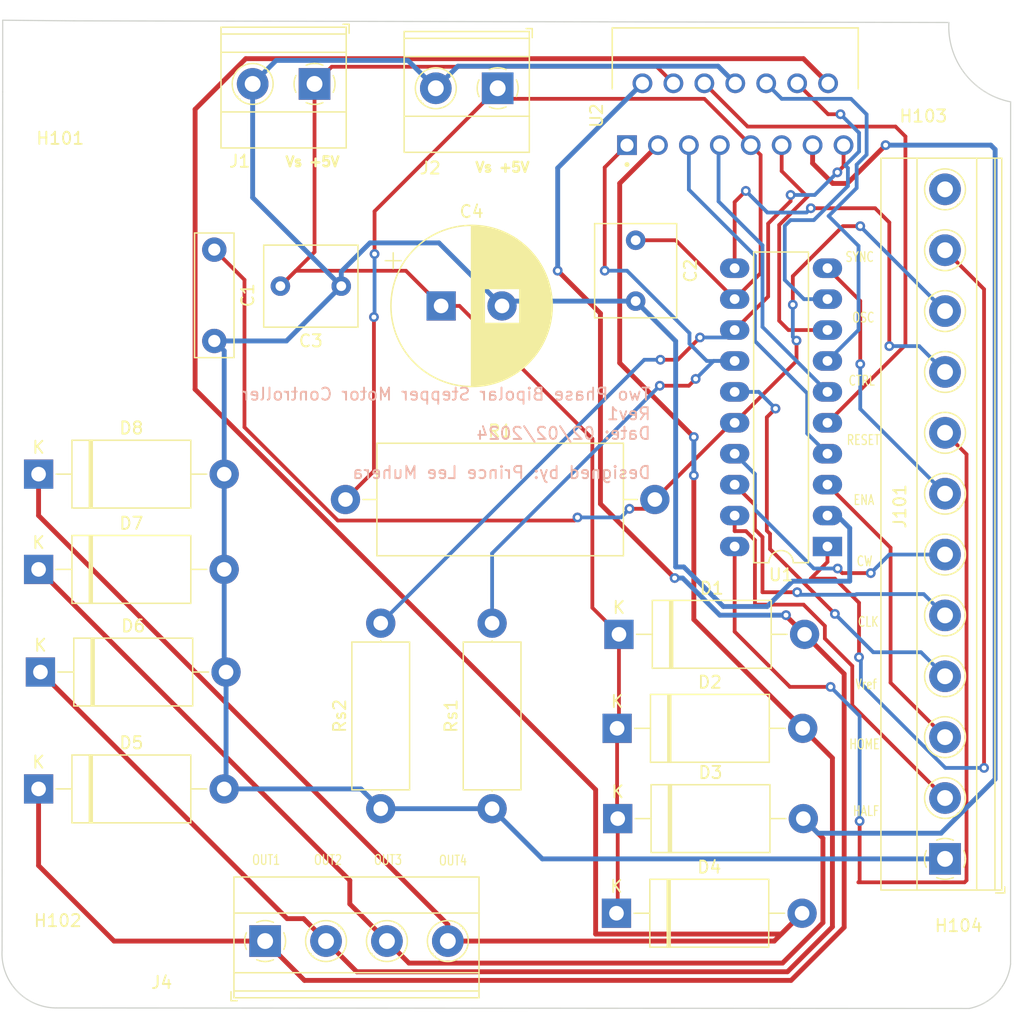
<source format=kicad_pcb>
(kicad_pcb (version 20221018) (generator pcbnew)
  (title_block (title "Two Phase Bipolar Stepper Motor Controller") (date "2024-02-09") (rev "01") (company "Prince Lee Muhera"))
  (layers (0 "F.Cu" signal) (31 "B.Cu" signal) (34 "B.Paste" user) (35 "F.Paste" user) (36 "B.SilkS" user "B.Silkscreen") (37 "F.SilkS" user "F.Silkscreen") (38 "B.Mask" user) (39 "F.Mask" user) (44 "Edge.Cuts" user))
  (net 0 "")
  (net 1 "/OSC")
  (net 2 "GND")
  (net 3 "VSS")
  (net 4 "VS")
  (net 5 "/HALF")
  (net 6 "/HOME")
  (net 7 "/Vref")
  (net 8 "/CLK")
  (net 9 "/CW")
  (net 10 "/ENA")
  (net 11 "/RESET")
  (net 12 "/CTRL")
  (net 13 "/SYNC")
  (net 15 "/Rs1")
  (net 16 "/Rs2")
  (net 17 "Net-(D1-A)")
  (net 18 "Net-(D2-A)")
  (net 19 "Net-(D3-A)")
  (net 20 "Net-(D4-A)")
  (net 21 "Net-(U1-A)")
  (net 22 "Net-(U1-INH1)")
  (net 23 "Net-(U1-B)")
  (net 24 "Net-(U1-C)")
  (net 25 "Net-(U1-INH2)")
  (net 26 "Net-(U1-D)")
  (footprint "Diode_THT:D_DO-27_P15.24mm_Horizontal" (layer "F.Cu") (at 134.3152 99.7204)
    (fp_text reference "D6" (at 7.62 -3.785) (layer "F.SilkS"))
    (fp_text value "~")
    (fp_text user "K" (at 0 -2.2) (layer "F.SilkS"))
    (pad "1" thru_hole rect (at 0 0) (size 2.4 2.4) (drill 1.2) (layers "*.Cu" "*.Mask") (net 18 "Net-(D2-A)"))
    (pad "2" thru_hole oval (at 15.24 0) (size 2.4 2.4) (drill 1.2) (layers "*.Cu" "*.Mask") (net 2 "GND"))
  )
  (footprint "Capacitor_THT:C_Rect_L7.5mm_W6.5mm_P5.00mm" (layer "F.Cu") (at 159.0148 68.0212 180)
    (fp_text reference "C3" (at 2.5 -4.5) (layer "F.SilkS"))
    (fp_text value "100nF")
    (pad "1" thru_hole circle (at 0 0 180) (size 1.6 1.6) (drill 0.8) (layers "*.Cu" "*.Mask") (net 2 "GND"))
    (pad "2" thru_hole circle (at 5 0 180) (size 1.6 1.6) (drill 0.8) (layers "*.Cu" "*.Mask") (net 4 "VS"))
  )
  (footprint "TerminalBlock_Phoenix:TerminalBlock_Phoenix_MKDS-1,5-2-5.08_1x02_P5.08mm_Horizontal" (layer "F.Cu") (at 156.8196 51.4096 180)
    (fp_text reference "J1" (at 6.1468 -6.35) (layer "F.SilkS"))
    (fp_text value "Screw_Terminal_01x02")
    (pad "1" thru_hole rect (at 0 0 180) (size 2.6 2.6) (drill 1.3) (layers "*.Cu" "*.Mask") (net 4 "VS"))
    (pad "2" thru_hole circle (at 5.08 0 180) (size 2.6 2.6) (drill 1.3) (layers "*.Cu" "*.Mask") (net 2 "GND"))
  )
  (footprint "Diode_THT:D_DO-27_P15.24mm_Horizontal" (layer "F.Cu") (at 134.1628 109.3216)
    (fp_text reference "D5" (at 7.62 -3.785) (layer "F.SilkS"))
    (fp_text value "~" hide)
    (fp_text user "K" (at 0 -2.2) (layer "F.SilkS"))
    (pad "1" thru_hole rect (at 0 0) (size 2.4 2.4) (drill 1.2) (layers "*.Cu" "*.Mask") (net 17 "Net-(D1-A)"))
    (pad "2" thru_hole oval (at 15.24 0) (size 2.4 2.4) (drill 1.2) (layers "*.Cu" "*.Mask") (net 2 "GND"))
  )
  (footprint "Resistor_THT:R_Axial_DIN0414_L11.9mm_D4.5mm_P15.24mm_Horizontal" (layer "F.Cu") (at 171.3992 110.9472 90)
    (fp_text reference "Rs1" (at 7.62 -3.37 90) (layer "F.SilkS"))
    (fp_text value "0.5 Ohms")
    (pad "1" thru_hole circle (at 0 0 90) (size 2.4 2.4) (drill 1.2) (layers "*.Cu" "*.Mask") (net 2 "GND"))
    (pad "2" thru_hole oval (at 15.24 0 90) (size 2.4 2.4) (drill 1.2) (layers "*.Cu" "*.Mask") (net 15 "/Rs1"))
  )
  (footprint "Diode_THT:D_DO-27_P15.24mm_Horizontal" (layer "F.Cu") (at 134.1628 91.2876)
    (fp_text reference "D7" (at 7.62 -3.785) (layer "F.SilkS"))
    (fp_text value "~" hide)
    (fp_text user "K" (at 0 -2.2) (layer "F.SilkS"))
    (pad "1" thru_hole rect (at 0 0) (size 2.4 2.4) (drill 1.2) (layers "*.Cu" "*.Mask") (net 19 "Net-(D3-A)"))
    (pad "2" thru_hole oval (at 15.24 0) (size 2.4 2.4) (drill 1.2) (layers "*.Cu" "*.Mask") (net 2 "GND"))
  )
  (footprint "TerminalBlock_Phoenix:TerminalBlock_Phoenix_MKDS-1,5-12_1x12_P5.00mm_Horizontal" (layer "F.Cu") (at 208.5848 115.0684 90)
    (fp_text reference "J101" (at 28.9624 -3.7084 90) (layer "F.SilkS"))
    (fp_text value "Screw_Terminal_01x12")
    (pad "1" thru_hole rect (at 0 0 90) (size 2.6 2.6) (drill 1.3) (layers "*.Cu" "*.Mask") (net 2 "GND"))
    (pad "2" thru_hole circle (at 5 0 90) (size 2.6 2.6) (drill 1.3) (layers "*.Cu" "*.Mask") (net 5 "/HALF"))
    (pad "3" thru_hole circle (at 10 0 90) (size 2.6 2.6) (drill 1.3) (layers "*.Cu" "*.Mask") (net 6 "/HOME"))
    (pad "4" thru_hole circle (at 15 0 90) (size 2.6 2.6) (drill 1.3) (layers "*.Cu" "*.Mask") (net 7 "/Vref"))
    (pad "5" thru_hole circle (at 20 0 90) (size 2.6 2.6) (drill 1.3) (layers "*.Cu" "*.Mask") (net 8 "/CLK"))
    (pad "6" thru_hole circle (at 25 0 90) (size 2.6 2.6) (drill 1.3) (layers "*.Cu" "*.Mask") (net 9 "/CW"))
    (pad "7" thru_hole circle (at 30 0 90) (size 2.6 2.6) (drill 1.3) (layers "*.Cu" "*.Mask") (net 10 "/ENA"))
    (pad "8" thru_hole circle (at 35 0 90) (size 2.6 2.6) (drill 1.3) (layers "*.Cu" "*.Mask") (net 11 "/RESET"))
    (pad "9" thru_hole circle (at 40 0 90) (size 2.6 2.6) (drill 1.3) (layers "*.Cu" "*.Mask") (net 12 "/CTRL"))
    (pad "10" thru_hole circle (at 45 0 90) (size 2.6 2.6) (drill 1.3) (layers "*.Cu" "*.Mask") (net 1 "/OSC"))
    (pad "11" thru_hole circle (at 50 0 90) (size 2.6 2.6) (drill 1.3) (layers "*.Cu" "*.Mask") (net 13 "/SYNC"))
    (pad "12" thru_hole circle (at 55 0 90) (size 2.6 2.6) (drill 1.3) (layers "*.Cu" "*.Mask"))
  )
  (footprint "Diode_THT:D_DO-27_P15.24mm_Horizontal" (layer "F.Cu") (at 181.7116 111.76)
    (fp_text reference "D3" (at 7.62 -3.785) (layer "F.SilkS"))
    (fp_text value "~")
    (fp_text user "K" (at 0 -2.2) (layer "F.SilkS"))
    (pad "1" thru_hole rect (at 0 0) (size 2.4 2.4) (drill 1.2) (layers "*.Cu" "*.Mask") (net 4 "VS"))
    (pad "2" thru_hole oval (at 15.24 0) (size 2.4 2.4) (drill 1.2) (layers "*.Cu" "*.Mask") (net 19 "Net-(D3-A)"))
  )
  (footprint "MountingHole:MountingHole_2.5mm" (layer "F.Cu") (at 209.7024 124.0536)
    (fp_text reference "H104" (at 0 -3.5) (layer "F.SilkS"))
    (fp_text value "MountingHole")
    (pad "" np_thru_hole circle (at 0 0) (size 2.5 2.5) (drill 2.5) (layers "*.Cu" "*.Mask"))
  )
  (footprint "Resistor_THT:R_Axial_DIN0922_L20.0mm_D9.0mm_P25.40mm_Horizontal" (layer "F.Cu") (at 159.3596 85.5472)
    (fp_text reference "R1" (at 12.7 -5.62) (layer "F.SilkS"))
    (fp_text value "22K")
    (pad "1" thru_hole circle (at 0 0) (size 2.4 2.4) (drill 1.2) (layers "*.Cu" "*.Mask") (net 3 "VSS"))
    (pad "2" thru_hole oval (at 25.4 0) (size 2.4 2.4) (drill 1.2) (layers "*.Cu" "*.Mask") (net 1 "/OSC"))
  )
  (footprint "Diode_THT:D_DO-27_P15.24mm_Horizontal" (layer "F.Cu") (at 134.1628 83.4644)
    (fp_text reference "D8" (at 7.62 -3.785) (layer "F.SilkS"))
    (fp_text value "~" hide)
    (fp_text user "K" (at 0 -2.2) (layer "F.SilkS"))
    (pad "1" thru_hole rect (at 0 0) (size 2.4 2.4) (drill 1.2) (layers "*.Cu" "*.Mask") (net 20 "Net-(D4-A)"))
    (pad "2" thru_hole oval (at 15.24 0) (size 2.4 2.4) (drill 1.2) (layers "*.Cu" "*.Mask") (net 2 "GND"))
  )
  (footprint "MountingHole:MountingHole_2.5mm" (layer "F.Cu") (at 136.144 124.0536)
    (fp_text reference "H102" (at -0.4064 -3.9116) (layer "F.SilkS"))
    (fp_text value "MountingHole")
    (pad "" np_thru_hole circle (at 0 0) (size 2.5 2.5) (drill 2.5) (layers "*.Cu" "*.Mask"))
  )
  (footprint "Diode_THT:D_DO-27_P15.24mm_Horizontal" (layer "F.Cu") (at 181.6608 104.3432)
    (fp_text reference "D2" (at 7.62 -3.785) (layer "F.SilkS"))
    (fp_text value "~")
    (fp_text user "K" (at 0 -2.2) (layer "F.SilkS"))
    (pad "1" thru_hole rect (at 0 0) (size 2.4 2.4) (drill 1.2) (layers "*.Cu" "*.Mask") (net 4 "VS"))
    (pad "2" thru_hole oval (at 15.24 0) (size 2.4 2.4) (drill 1.2) (layers "*.Cu" "*.Mask") (net 18 "Net-(D2-A)"))
  )
  (footprint "TerminalBlock_Phoenix:TerminalBlock_Phoenix_MKDS-1,5-4_1x04_P5.00mm_Horizontal" (layer "F.Cu") (at 152.7632 121.8184)
    (fp_text reference "J4" (at -8.4912 3.4036) (layer "F.SilkS"))
    (fp_text value "Screw_Terminal_01x04")
    (pad "1" thru_hole rect (at 0 0) (size 2.6 2.6) (drill 1.3) (layers "*.Cu" "*.Mask") (net 17 "Net-(D1-A)"))
    (pad "2" thru_hole circle (at 5 0) (size 2.6 2.6) (drill 1.3) (layers "*.Cu" "*.Mask") (net 18 "Net-(D2-A)"))
    (pad "3" thru_hole circle (at 10 0) (size 2.6 2.6) (drill 1.3) (layers "*.Cu" "*.Mask") (net 19 "Net-(D3-A)"))
    (pad "4" thru_hole circle (at 15 0) (size 2.6 2.6) (drill 1.3) (layers "*.Cu" "*.Mask") (net 20 "Net-(D4-A)"))
  )
  (footprint "Diode_THT:D_DO-27_P15.24mm_Horizontal" (layer "F.Cu") (at 181.61 119.5324)
    (fp_text reference "D4" (at 7.62 -3.785) (layer "F.SilkS"))
    (fp_text value "~")
    (fp_text user "K" (at 0 -2.2) (layer "F.SilkS"))
    (pad "1" thru_hole rect (at 0 0) (size 2.4 2.4) (drill 1.2) (layers "*.Cu" "*.Mask") (net 4 "VS"))
    (pad "2" thru_hole oval (at 15.24 0) (size 2.4 2.4) (drill 1.2) (layers "*.Cu" "*.Mask") (net 20 "Net-(D4-A)"))
  )
  (footprint "MountingHole:MountingHole_2.5mm" (layer "F.Cu") (at 136.2964 50.1396)
    (fp_text reference "H101" (at -0.3556 5.7404) (layer "F.SilkS"))
    (fp_text value "MountingHole")
    (pad "" np_thru_hole circle (at 0 0) (size 2.5 2.5) (drill 2.5) (layers "*.Cu" "*.Mask"))
  )
  (footprint "Resistor_THT:R_Axial_DIN0414_L11.9mm_D4.5mm_P15.24mm_Horizontal" (layer "F.Cu") (at 162.2552 110.9472 90)
    (fp_text reference "Rs2" (at 7.62 -3.37 90) (layer "F.SilkS"))
    (fp_text value "0.5 Ohms")
    (pad "1" thru_hole circle (at 0 0 90) (size 2.4 2.4) (drill 1.2) (layers "*.Cu" "*.Mask") (net 2 "GND"))
    (pad "2" thru_hole oval (at 15.24 0 90) (size 2.4 2.4) (drill 1.2) (layers "*.Cu" "*.Mask") (net 16 "/Rs2"))
  )
  (footprint "Diode_THT:D_DO-27_P15.24mm_Horizontal" (layer "F.Cu") (at 181.8132 96.6216)
    (fp_text reference "D1" (at 7.62 -3.785) (layer "F.SilkS"))
    (fp_text value "~")
    (fp_text user "K" (at 0 -2.2) (layer "F.SilkS"))
    (pad "1" thru_hole rect (at 0 0) (size 2.4 2.4) (drill 1.2) (layers "*.Cu" "*.Mask") (net 4 "VS"))
    (pad "2" thru_hole oval (at 15.24 0) (size 2.4 2.4) (drill 1.2) (layers "*.Cu" "*.Mask") (net 17 "Net-(D1-A)"))
  )
  (footprint "TerminalBlock_Phoenix:TerminalBlock_Phoenix_MKDS-1,5-2-5.08_1x02_P5.08mm_Horizontal" (layer "F.Cu") (at 171.8564 51.7652 180)
    (fp_text reference "J2" (at 5.5372 -6.5532) (layer "F.SilkS"))
    (fp_text value "Screw_Terminal_01x02")
    (pad "1" thru_hole rect (at 0 0 180) (size 2.6 2.6) (drill 1.3) (layers "*.Cu" "*.Mask") (net 3 "VSS"))
    (pad "2" thru_hole circle (at 5.08 0 180) (size 2.6 2.6) (drill 1.3) (layers "*.Cu" "*.Mask") (net 2 "GND"))
  )
  (footprint "MountingHole:MountingHole_2.5mm" (layer "F.Cu") (at 206.2988 49.1236)
    (fp_text reference "H103" (at 0.508 4.9276) (layer "F.SilkS"))
    (fp_text value "MountingHole")
    (pad "" np_thru_hole circle (at 0 0) (size 2.5 2.5) (drill 2.5) (layers "*.Cu" "*.Mask"))
  )
  (footprint "Package_DIP:DIP-20_W7.62mm_LongPads" (layer "F.Cu") (at 198.9328 89.408 180)
    (fp_text reference "U1" (at 3.81 -2.33) (layer "F.SilkS"))
    (fp_text value "L297")
    (pad "1" thru_hole rect (at 0 0 180) (size 2.4 1.6) (drill 0.8) (layers "*.Cu" "*.Mask") (net 13 "/SYNC"))
    (pad "2" thru_hole oval (at 0 2.54 180) (size 2.4 1.6) (drill 0.8) (layers "*.Cu" "*.Mask") (net 2 "GND"))
    (pad "3" thru_hole oval (at 0 5.08 180) (size 2.4 1.6) (drill 0.8) (layers "*.Cu" "*.Mask") (net 6 "/HOME"))
    (pad "4" thru_hole oval (at 0 7.62 180) (size 2.4 1.6) (drill 0.8) (layers "*.Cu" "*.Mask") (net 21 "Net-(U1-A)"))
    (pad "5" thru_hole oval (at 0 10.16 180) (size 2.4 1.6) (drill 0.8) (layers "*.Cu" "*.Mask") (net 22 "Net-(U1-INH1)"))
    (pad "6" thru_hole oval (at 0 12.7 180) (size 2.4 1.6) (drill 0.8) (layers "*.Cu" "*.Mask") (net 23 "Net-(U1-B)"))
    (pad "7" thru_hole oval (at 0 15.24 180) (size 2.4 1.6) (drill 0.8) (layers "*.Cu" "*.Mask") (net 24 "Net-(U1-C)"))
    (pad "8" thru_hole oval (at 0 17.78 180) (size 2.4 1.6) (drill 0.8) (layers "*.Cu" "*.Mask") (net 25 "Net-(U1-INH2)"))
    (pad "9" thru_hole oval (at 0 20.32 180) (size 2.4 1.6) (drill 0.8) (layers "*.Cu" "*.Mask") (net 26 "Net-(U1-D)"))
    (pad "10" thru_hole oval (at 0 22.86 180) (size 2.4 1.6) (drill 0.8) (layers "*.Cu" "*.Mask") (net 10 "/ENA"))
    (pad "11" thru_hole oval (at 7.62 22.86 180) (size 2.4 1.6) (drill 0.8) (layers "*.Cu" "*.Mask") (net 12 "/CTRL"))
    (pad "12" thru_hole oval (at 7.62 20.32 180) (size 2.4 1.6) (drill 0.8) (layers "*.Cu" "*.Mask") (net 3 "VSS"))
    (pad "13" thru_hole oval (at 7.62 17.78 180) (size 2.4 1.6) (drill 0.8) (layers "*.Cu" "*.Mask") (net 16 "/Rs2"))
    (pad "14" thru_hole oval (at 7.62 15.24 180) (size 2.4 1.6) (drill 0.8) (layers "*.Cu" "*.Mask") (net 15 "/Rs1"))
    (pad "15" thru_hole oval (at 7.62 12.7 180) (size 2.4 1.6) (drill 0.8) (layers "*.Cu" "*.Mask") (net 7 "/Vref"))
    (pad "16" thru_hole oval (at 7.62 10.16 180) (size 2.4 1.6) (drill 0.8) (layers "*.Cu" "*.Mask") (net 1 "/OSC"))
    (pad "17" thru_hole oval (at 7.62 7.62 180) (size 2.4 1.6) (drill 0.8) (layers "*.Cu" "*.Mask") (net 9 "/CW"))
    (pad "18" thru_hole oval (at 7.62 5.08 180) (size 2.4 1.6) (drill 0.8) (layers "*.Cu" "*.Mask") (net 8 "/CLK"))
    (pad "19" thru_hole oval (at 7.62 2.54 180) (size 2.4 1.6) (drill 0.8) (layers "*.Cu" "*.Mask") (net 5 "/HALF"))
    (pad "20" thru_hole oval (at 7.62 0 180) (size 2.4 1.6) (drill 0.8) (layers "*.Cu" "*.Mask") (net 11 "/RESET"))
  )
  (footprint "Capacitor_THT:CP_Radial_D13.0mm_P5.00mm" (layer "F.Cu") (at 167.212 69.6468)
    (fp_text reference "C4" (at 2.5 -7.75) (layer "F.SilkS"))
    (fp_text value "470uF")
    (pad "1" thru_hole rect (at 0 0) (size 2.4 2.4) (drill 1.2) (layers "*.Cu" "*.Mask") (net 4 "VS"))
    (pad "2" thru_hole circle (at 5 0) (size 2.4 2.4) (drill 1.2) (layers "*.Cu" "*.Mask") (net 2 "GND"))
  )
  (footprint "Capacitor_THT:C_Rect_L10.0mm_W3.0mm_P7.50mm_MKS4" (layer "F.Cu") (at 148.59 65.024 -90)
    (fp_text reference "C1" (at 3.75 -2.75 90) (layer "F.SilkS"))
    (fp_text value "3.3nF")
    (pad "1" thru_hole circle (at 0 0 270) (size 2 2) (drill 1) (layers "*.Cu" "*.Mask") (net 1 "/OSC"))
    (pad "2" thru_hole circle (at 7.5 0 270) (size 2 2) (drill 1) (layers "*.Cu" "*.Mask") (net 2 "GND"))
  )
  (footprint "Capacitor_THT:C_Rect_L7.5mm_W6.5mm_P5.00mm" (layer "F.Cu") (at 183.1848 64.2512 -90)
    (fp_text reference "C2" (at 2.5 -4.5 90) (layer "F.SilkS"))
    (fp_text value "100nF")
    (pad "1" thru_hole circle (at 0 0 270) (size 1.6 1.6) (drill 0.8) (layers "*.Cu" "*.Mask") (net 3 "VSS"))
    (pad "2" thru_hole circle (at 5 0 270) (size 1.6 1.6) (drill 0.8) (layers "*.Cu" "*.Mask") (net 2 "GND"))
  )
  (footprint "L298N:TO127P2020X500X2100-15" (layer "F.Cu") (at 182.4736 56.4388 90)
    (fp_text reference "U2" (at 2.425 -2.495 90) (layer "F.SilkS"))
    (fp_text value "L298N")
    (pad "1" thru_hole rect (at 0 0 90) (size 1.62 1.62) (drill 1.08) (layers "*.Cu" "*.Mask") (net 15 "/Rs1"))
    (pad "2" thru_hole circle (at 5.08 1.27 90) (size 1.62 1.62) (drill 1.08) (layers "*.Cu" "*.Mask") (net 17 "Net-(D1-A)"))
    (pad "3" thru_hole circle (at 0 2.54 90) (size 1.62 1.62) (drill 1.08) (layers "*.Cu" "*.Mask") (net 18 "Net-(D2-A)"))
    (pad "4" thru_hole circle (at 5.08 3.81 90) (size 1.62 1.62) (drill 1.08) (layers "*.Cu" "*.Mask") (net 4 "VS"))
    (pad "5" thru_hole circle (at 0 5.08 90) (size 1.62 1.62) (drill 1.08) (layers "*.Cu" "*.Mask") (net 21 "Net-(U1-A)"))
    (pad "6" thru_hole circle (at 5.08 6.35 90) (size 1.62 1.62) (drill 1.08) (layers "*.Cu" "*.Mask") (net 22 "Net-(U1-INH1)"))
    (pad "7" thru_hole circle (at 0 7.62 90) (size 1.62 1.62) (drill 1.08) (layers "*.Cu" "*.Mask") (net 23 "Net-(U1-B)"))
    (pad "8" thru_hole circle (at 5.08 8.89 90) (size 1.62 1.62) (drill 1.08) (layers "*.Cu" "*.Mask") (net 2 "GND"))
    (pad "9" thru_hole circle (at 0 10.16 90) (size 1.62 1.62) (drill 1.08) (layers "*.Cu" "*.Mask") (net 3 "VSS"))
    (pad "10" thru_hole circle (at 5.08 11.43 90) (size 1.62 1.62) (drill 1.08) (layers "*.Cu" "*.Mask") (net 24 "Net-(U1-C)"))
    (pad "11" thru_hole circle (at 0 12.7 90) (size 1.62 1.62) (drill 1.08) (layers "*.Cu" "*.Mask") (net 25 "Net-(U1-INH2)"))
    (pad "12" thru_hole circle (at 5.08 13.97 90) (size 1.62 1.62) (drill 1.08) (layers "*.Cu" "*.Mask") (net 26 "Net-(U1-D)"))
    (pad "13" thru_hole circle (at 0 15.24 90) (size 1.62 1.62) (drill 1.08) (layers "*.Cu" "*.Mask") (net 19 "Net-(D3-A)"))
    (pad "14" thru_hole circle (at 5.08 16.51 90) (size 1.62 1.62) (drill 1.08) (layers "*.Cu" "*.Mask") (net 20 "Net-(D4-A)"))
    (pad "15" thru_hole circle (at 0 17.78 90) (size 1.62 1.62) (drill 1.08) (layers "*.Cu" "*.Mask") (net 16 "/Rs2"))
  )
  (gr_line (start 213.9696 52.8828) (end 213.966007 123.704898) (stroke (width 0.1)) (layer "Edge.Cuts"))
  (gr_line (start 137.058403 46.228442) (end 208.902279 46.363291) (stroke (width 0.1)) (layer "Edge.Cuts"))
  (gr_line (start 210.566 127.355599) (end 135.636 127.31201) (stroke (width 0.1)) (layer "Edge.Cuts"))
  (gr_arc (start 213.9696 52.8828) (mid 210.218602 50.569227) (end 208.902279 46.363291) (stroke (width 0.1)) (layer "Edge.Cuts"))
  (gr_line (start 131.2164 46.1772) (end 137.058403 46.228442) (stroke (width 0.1)) (layer "Edge.Cuts"))
  (gr_arc (start 213.966007 123.704898) (mid 212.859015 126.082538) (end 210.566 127.355599) (stroke (width 0.1)) (layer "Edge.Cuts"))
  (gr_line (start 131.1656 122.5804) (end 131.2164 52.069999) (stroke (width 0.1)) (layer "Edge.Cuts"))
  (gr_arc (start 135.636 127.31201) (mid 132.381288 125.909435) (end 131.1656 122.5804) (stroke (width 0.1)) (layer "Edge.Cuts"))
  (gr_line (start 131.2164 52.069999) (end 131.2164 46.1772) (stroke (width 0.1)) (layer "Edge.Cuts"))
  (gr_text "Two Phase Bipolar Stepper Motor Controller \nRev1 \nDate: 02/02/2024\n\nDesigned by: Prince Lee Muhera" (at 184.5056 83.9216) (layer "B.SilkS") (effects (font (size 1 1)) (justify left bottom mirror)))
  (gr_text "CW" (at 201.2696 91.0844) (layer "F.SilkS") (effects (font (size 0.8 0.6) (thickness 0.1) bold) (justify left bottom)))
  (gr_text "CLK" (at 201.3712 96.0628) (layer "F.SilkS") (effects (font (size 0.8 0.6) (thickness 0.1) bold) (justify left bottom)))
  (gr_text "OUT1\n" (at 151.638 115.6208) (layer "F.SilkS") (effects (font (size 0.8 0.6) (thickness 0.1) bold) (justify left bottom)))
  (gr_text "ENA" (at 201.0156 86.0552) (layer "F.SilkS") (effects (font (size 0.8 0.6) (thickness 0.1) bold) (justify left bottom)))
  (gr_text "OSC" (at 200.914 71.0692) (layer "F.SilkS") (effects (font (size 0.8 0.6) (thickness 0.1) bold) (justify left bottom)))
  (gr_text "RESET" (at 200.4568 81.1276) (layer "F.SilkS") (effects (font (size 0.8 0.6) (thickness 0.1) bold) (justify left bottom)))
  (gr_text "CTRL" (at 200.6092 76.2508) (layer "F.SilkS") (effects (font (size 0.8 0.6) (thickness 0.1) bold) (justify left bottom)))
  (gr_text "HOME" (at 200.66 106.1212) (layer "F.SilkS") (effects (font (size 0.8 0.6) (thickness 0.1) bold) (justify left bottom)))
  (gr_text "Vs +5V\n" (at 154.3304 58.2676) (layer "F.SilkS") (effects (font (size 0.8 0.8) (thickness 0.2) bold) (justify left bottom)))
  (gr_text "Vs +5V\n" (at 169.926 58.7248) (layer "F.SilkS") (effects (font (size 0.8 0.8) (thickness 0.2) bold) (justify left bottom)))
  (gr_text "Vref" (at 201.168 101.1936) (layer "F.SilkS") (effects (font (size 0.8 0.6) (thickness 0.1) bold) (justify left bottom)))
  (gr_text "OUT2\n" (at 156.718 115.6208) (layer "F.SilkS") (effects (font (size 0.8 0.6) (thickness 0.1) bold) (justify left bottom)))
  (gr_text "SYNC" (at 200.3552 66.0908) (layer "F.SilkS") (effects (font (size 0.8 0.6) (thickness 0.1) bold) (justify left bottom)))
  (gr_text "OUT4" (at 166.9796 115.6716) (layer "F.SilkS") (effects (font (size 0.8 0.6) (thickness 0.1) bold) (justify left bottom)))
  (gr_text "OUT3" (at 161.6456 115.6208) (layer "F.SilkS") (effects (font (size 0.8 0.6) (thickness 0.1) bold) (justify left bottom)))
  (gr_text "HALF" (at 200.9648 111.6076) (layer "F.SilkS") (effects (font (size 0.8 0.6) (thickness 0.1) bold) (justify left bottom)))
  (segment (start 201.6252 63.0936) (end 200.19822 63.0936) (width 0.31) (layer "F.Cu") (net 1))
  (segment (start 178.4096 87.0204) (end 178.1556 87.2744) (width 0.31) (layer "F.Cu") (net 1))
  (segment (start 196.3928 72.493) (end 196.3928 74.168) (width 0.31) (layer "F.Cu") (net 1))
  (segment (start 196.088 67.20382) (end 196.088 69.5452) (width 0.31) (layer "F.Cu") (net 1))
  (segment (start 178.1556 87.2744) (end 158.732134 87.2744) (width 0.31) (layer "F.Cu") (net 1))
  (segment (start 151.0678 67.5018) (end 148.59 65.024) (width 0.31) (layer "F.Cu") (net 1))
  (segment (start 196.3928 74.168) (end 191.3128 79.248) (width 0.31) (layer "F.Cu") (net 1))
  (segment (start 158.732134 87.2744) (end 151.0678 79.610066) (width 0.31) (layer "F.Cu") (net 1))
  (segment (start 183.9976 86.3092) (end 184.7596 85.5472) (width 0.31) (layer "F.Cu") (net 1))
  (segment (start 182.6782 86.3092) (end 183.9976 86.3092) (width 0.31) (layer "F.Cu") (net 1))
  (segment (start 151.0678 79.610066) (end 151.0678 67.5018) (width 0.31) (layer "F.Cu") (net 1))
  (segment (start 184.7596 85.5472) (end 191.0588 79.248) (width 0.31) (layer "F.Cu") (net 1))
  (segment (start 191.0588 79.248) (end 191.3128 79.248) (width 0.31) (layer "F.Cu") (net 1))
  (segment (start 200.19822 63.0936) (end 196.088 67.20382) (width 0.31) (layer "F.Cu") (net 1))
  (via (at 182.6782 86.3092) (size 0.8) (drill 0.4) (layers "F.Cu" "B.Cu") (net 1))
  (via (at 201.6252 63.0936) (size 0.8) (drill 0.4) (layers "F.Cu" "B.Cu") (net 1))
  (via (at 178.4096 87.0204) (size 0.8) (drill 0.4) (layers "F.Cu" "B.Cu") (net 1))
  (via (at 196.3928 72.493) (size 0.8) (drill 0.4) (layers "F.Cu" "B.Cu") (net 1))
  (via (at 196.088 69.5452) (size 0.8) (drill 0.4) (layers "F.Cu" "B.Cu") (net 1))
  (segment (start 201.6252 63.1088) (end 201.6252 63.0936) (width 0.31) (layer "B.Cu") (net 1))
  (segment (start 196.088 69.5452) (end 196.088 72.1882) (width 0.31) (layer "B.Cu") (net 1))
  (segment (start 208.5848 70.0684) (end 201.6252 63.1088) (width 0.31) (layer "B.Cu") (net 1))
  (segment (start 181.967 87.0204) (end 182.6782 86.3092) (width 0.31) (layer "B.Cu") (net 1))
  (segment (start 178.4096 87.0204) (end 181.967 87.0204) (width 0.31) (layer "B.Cu") (net 1))
  (segment (start 196.088 72.1882) (end 196.3928 72.493) (width 0.31) (layer "B.Cu") (net 1))
  (segment (start 153.67 49.4792) (end 151.7396 51.4096) (width 0.4) (layer "B.Cu") (net 2))
  (segment (start 162.2552 110.9472) (end 171.3992 110.9472) (width 0.4) (layer "B.Cu") (net 2))
  (segment (start 171.3992 110.9472) (end 175.5204 115.0684) (width 0.4) (layer "B.Cu") (net 2))
  (segment (start 196.068713 92.255152) (end 200.7616 92.255152) (width 0.4) (layer "B.Cu") (net 2))
  (segment (start 200.7616 87.8968) (end 199.7328 86.868) (width 0.4) (layer "B.Cu") (net 2))
  (segment (start 186.4696 91.0888) (end 187.139692 91.0888) (width 0.4) (layer "B.Cu") (net 2))
  (segment (start 151.7396 60.746) (end 159.0148 68.0212) (width 0.4) (layer "B.Cu") (net 2))
  (segment (start 149.4028 109.3216) (end 160.6296 109.3216) (width 0.4) (layer "B.Cu") (net 2))
  (segment (start 168.5864 49.9552) (end 189.96 49.9552) (width 0.4) (layer "B.Cu") (net 2))
  (segment (start 149.5552 99.7204) (end 149.5552 109.1692) (width 0.4) (layer "B.Cu") (net 2))
  (segment (start 154.512 72.524) (end 148.59 72.524) (width 0.4) (layer "B.Cu") (net 2))
  (segment (start 166.7764 51.7652) (end 168.5864 49.9552) (width 0.4) (layer "B.Cu") (net 2))
  (segment (start 187.139692 91.0888) (end 190.387692 94.3368) (width 0.4) (layer "B.Cu") (net 2))
  (segment (start 151.7396 51.4096) (end 151.7396 60.746) (width 0.4) (layer "B.Cu") (net 2))
  (segment (start 190.387692 94.3368) (end 193.987065 94.3368) (width 0.4) (layer "B.Cu") (net 2))
  (segment (start 175.5204 115.0684) (end 208.5848 115.0684) (width 0.4) (layer "B.Cu") (net 2))
  (segment (start 159.0148 66.825065) (end 161.370265 64.4696) (width 0.4) (layer "B.Cu") (net 2))
  (segment (start 208.8388 115.1636) (end 209.1436 115.1636) (width 0.4) (layer "B.Cu") (net 2))
  (segment (start 149.4028 83.4644) (end 149.4028 73.3368) (width 0.4) (layer "B.Cu") (net 2))
  (segment (start 189.96 49.9552) (end 191.3636 51.3588) (width 0.4) (layer "B.Cu") (net 2))
  (segment (start 149.4028 83.4644) (end 149.4028 91.2876) (width 0.4) (layer "B.Cu") (net 2))
  (segment (start 183.1848 69.2512) (end 172.6076 69.2512) (width 0.4) (layer "B.Cu") (net 2))
  (segment (start 182.7892 69.6468) (end 183.1848 69.2512) (width 0.4) (layer "B.Cu") (net 2))
  (segment (start 149.5552 109.1692) (end 149.4028 109.3216) (width 0.4) (layer "B.Cu") (net 2))
  (segment (start 149.4028 99.568) (end 149.5552 99.7204) (width 0.4) (layer "B.Cu") (net 2))
  (segment (start 159.0148 68.0212) (end 154.512 72.524) (width 0.4) (layer "B.Cu") (net 2))
  (segment (start 160.6296 109.3216) (end 162.2552 110.9472) (width 0.4) (layer "B.Cu") (net 2))
  (segment (start 149.4028 91.2876) (end 149.4028 99.568) (width 0.4) (layer "B.Cu") (net 2))
  (segment (start 200.7616 92.255152) (end 200.7616 87.8968) (width 0.4) (layer "B.Cu") (net 2))
  (segment (start 172.6076 69.2512) (end 172.212 69.6468) (width 0.4) (layer "B.Cu") (net 2))
  (segment (start 166.7764 51.7652) (end 164.4904 49.4792) (width 0.4) (layer "B.Cu") (net 2))
  (segment (start 186.4696 72.536) (end 186.4696 91.0888) (width 0.4) (layer "B.Cu") (net 2))
  (segment (start 161.370265 64.4696) (end 167.0348 64.4696) (width 0.4) (layer "B.Cu") (net 2))
  (segment (start 183.1848 69.2512) (end 186.4696 72.536) (width 0.4) (layer "B.Cu") (net 2))
  (segment (start 164.4904 49.4792) (end 153.67 49.4792) (width 0.4) (layer "B.Cu") (net 2))
  (segment (start 167.0348 64.4696) (end 172.212 69.6468) (width 0.4) (layer "B.Cu") (net 2))
  (segment (start 159.0148 68.0212) (end 159.0148 66.825065) (width 0.4) (layer "B.Cu") (net 2))
  (segment (start 193.987065 94.3368) (end 196.068713 92.255152) (width 0.4) (layer "B.Cu") (net 2))
  (segment (start 199.7328 86.868) (end 198.9328 86.868) (width 0.4) (layer "B.Cu") (net 2))
  (segment (start 149.4028 73.3368) (end 148.59 72.524) (width 0.4) (layer "B.Cu") (net 2))
  (segment (start 188.8286 52.6338) (end 192.6336 56.4388) (width 0.31) (layer "F.Cu") (net 3))
  (segment (start 193.443599 57.248799) (end 193.443599 66.957201) (width 0.31) (layer "F.Cu") (net 3))
  (segment (start 171.8564 51.7652) (end 161.7472 61.8744) (width 0.31) (layer "F.Cu") (net 3))
  (segment (start 186.476 64.2512) (end 191.3128 69.088) (width 0.31) (layer "F.Cu") (net 3))
  (segment (start 161.6964 83.2104) (end 159.3596 85.5472) (width 0.31) (layer "F.Cu") (net 3))
  (segment (start 161.7472 61.8744) (end 161.7472 65.3796) (width 0.31) (layer "F.Cu") (net 3))
  (segment (start 193.443599 66.957201) (end 191.3128 69.088) (width 0.31) (layer "F.Cu") (net 3))
  (segment (start 192.6336 56.4388) (end 193.443599 57.248799) (width 0.31) (layer "F.Cu") (net 3))
  (segment (start 183.1848 64.2512) (end 186.476 64.2512) (width 0.31) (layer "F.Cu") (net 3))
  (segment (start 161.6964 70.5612) (end 161.6964 83.2104) (width 0.31) (layer "F.Cu") (net 3))
  (segment (start 172.725 52.6338) (end 188.8286 52.6338) (width 0.31) (layer "F.Cu") (net 3))
  (via (at 161.7472 65.3796) (size 0.8) (drill 0.4) (layers "F.Cu" "B.Cu") (net 3))
  (via (at 161.6964 70.5612) (size 0.8) (drill 0.4) (layers "F.Cu" "B.Cu") (net 3))
  (segment (start 161.7472 65.3796) (end 161.7472 70.5104) (width 0.31) (layer "B.Cu") (net 3))
  (segment (start 161.7472 70.5104) (end 161.6964 70.5612) (width 0.31) (layer "B.Cu") (net 3))
  (segment (start 181.7116 119.4308) (end 181.61 119.5324) (width 0.31) (layer "F.Cu") (net 4))
  (segment (start 168.722 69.6468) (end 179.6288 80.5536) (width 0.31) (layer "F.Cu") (net 4))
  (segment (start 158.229 50.0002) (end 184.925 50.0002) (width 0.31) (layer "F.Cu") (net 4))
  (segment (start 156.8196 65.2164) (end 154.0148 68.0212) (width 0.31) (layer "F.Cu") (net 4))
  (segment (start 156.8196 51.4096) (end 158.229 50.0002) (width 0.31) (layer "F.Cu") (net 4))
  (segment (start 181.8132 104.1908) (end 181.6608 104.3432) (width 0.31) (layer "F.Cu") (net 4))
  (segment (start 181.7116 111.76) (end 181.7116 119.4308) (width 0.31) (layer "F.Cu") (net 4))
  (segment (start 181.6608 111.7092) (end 181.7116 111.76) (width 0.31) (layer "F.Cu") (net 4))
  (segment (start 164.3214 66.7562) (end 167.212 69.6468) (width 0.31) (layer "F.Cu") (net 4))
  (segment (start 181.6608 104.3432) (end 181.6608 111.7092) (width 0.31) (layer "F.Cu") (net 4))
  (segment (start 156.8196 51.4096) (end 156.8196 65.2164) (width 0.31) (layer "F.Cu") (net 4))
  (segment (start 179.6288 94.4372) (end 181.8132 96.6216) (width 0.31) (layer "F.Cu") (net 4))
  (segment (start 155.2798 66.7562) (end 164.3214 66.7562) (width 0.31) (layer "F.Cu") (net 4))
  (segment (start 184.925 50.0002) (end 186.2836 51.3588) (width 0.31) (layer "F.Cu") (net 4))
  (segment (start 154.0148 68.0212) (end 155.2798 66.7562) (width 0.31) (layer "F.Cu") (net 4))
  (segment (start 181.8132 96.6216) (end 181.8132 104.1908) (width 0.31) (layer "F.Cu") (net 4))
  (segment (start 167.212 69.6468) (end 168.722 69.6468) (width 0.31) (layer "F.Cu") (net 4))
  (segment (start 179.6288 80.5536) (end 179.6288 94.4372) (width 0.31) (layer "F.Cu") (net 4))
  (segment (start 200.9694 102.453) (end 208.5848 110.0684) (width 0.31) (layer "F.Cu") (net 5))
  (segment (start 200.9694 99.217) (end 200.9694 102.453) (width 0.31) (layer "F.Cu") (net 5))
  (segment (start 192.9778 94.2226) (end 193.0186 94.1818) (width 0.31) (layer "F.Cu") (net 5))
  (segment (start 192.9778 88.88402) (end 192.9778 94.2226) (width 0.31) (layer "F.Cu") (net 5))
  (segment (start 191.3128 88.143) (end 192.23678 88.143) (width 0.31) (layer "F.Cu") (net 5))
  (segment (start 192.23678 88.143) (end 192.9778 88.88402) (width 0.31) (layer "F.Cu") (net 5))
  (segment (start 191.3128 86.868) (end 191.3128 88.143) (width 0.31) (layer "F.Cu") (net 5))
  (segment (start 198.7182 95.931934) (end 198.7182 96.9658) (width 0.31) (layer "F.Cu") (net 5))
  (segment (start 198.7182 96.9658) (end 200.9694 99.217) (width 0.31) (layer "F.Cu") (net 5))
  (segment (start 196.968066 94.1818) (end 198.7182 95.931934) (width 0.31) (layer "F.Cu") (net 5))
  (segment (start 193.0186 94.1818) (end 196.968066 94.1818) (width 0.31) (layer "F.Cu") (net 5))
  (segment (start 204.1144 89.5096) (end 198.9328 84.328) (width 0.31) (layer "F.Cu") (net 6))
  (segment (start 208.5848 105.0684) (end 204.1144 100.598) (width 0.31) (layer "F.Cu") (net 6))
  (segment (start 204.1144 100.598) (end 204.1144 89.5096) (width 0.31) (layer "F.Cu") (net 6))
  (segment (start 193.9544 88.106996) (end 193.9544 78.7908) (width 0.31) (layer "F.Cu") (net 7))
  (segment (start 194.2178 89.6206) (end 194.2178 88.370396) (width 0.31) (layer "F.Cu") (net 7))
  (segment (start 194.2178 88.370396) (end 193.9544 88.106996) (width 0.31) (layer "F.Cu") (net 7))
  (segment (start 199.5424 94.9452) (end 194.2178 89.6206) (width 0.31) (layer "F.Cu") (net 7))
  (segment (start 193.9544 78.7908) (end 194.6656 78.0796) (width 0.31) (layer "F.Cu") (net 7))
  (via (at 194.6656 78.0796) (size 0.8) (drill 0.4) (layers "F.Cu" "B.Cu") (net 7))
  (via (at 199.5424 94.9452) (size 0.8) (drill 0.4) (layers "F.Cu" "B.Cu") (net 7))
  (segment (start 208.5848 100.0684) (end 206.6112 98.0948) (width 0.31) (layer "B.Cu") (net 7))
  (segment (start 194.6656 78.0796) (end 193.294 76.708) (width 0.31) (layer "B.Cu") (net 7))
  (segment (start 206.6112 98.0948) (end 202.692 98.0948) (width 0.31) (layer "B.Cu") (net 7))
  (segment (start 202.692 98.0948) (end 199.5424 94.9452) (width 0.31) (layer "B.Cu") (net 7))
  (segment (start 193.294 76.708) (end 191.3128 76.708) (width 0.31) (layer "B.Cu") (net 7))
  (segment (start 192.9778 88.007208) (end 192.9778 85.993) (width 0.31) (layer "F.Cu") (net 8))
  (segment (start 196.445648 93.165152) (end 193.5978 93.165152) (width 0.31) (layer "F.Cu") (net 8))
  (segment (start 193.5978 93.165152) (end 193.5978 88.627208) (width 0.31) (layer "F.Cu") (net 8))
  (segment (start 193.5978 88.627208) (end 192.9778 88.007208) (width 0.31) (layer "F.Cu") (net 8))
  (segment (start 192.9778 85.993) (end 191.3128 84.328) (width 0.31) (layer "F.Cu") (net 8))
  (via (at 196.445648 93.165152) (size 0.8) (drill 0.4) (layers "F.Cu" "B.Cu") (net 8))
  (segment (start 201.317705 93.3182) (end 206.8346 93.3182) (width 0.31) (layer "B.Cu") (net 8))
  (segment (start 206.8346 93.3182) (end 208.5848 95.0684) (width 0.31) (layer "B.Cu") (net 8))
  (segment (start 196.650896 93.3704) (end 201.265505 93.3704) (width 0.31) (layer "B.Cu") (net 8))
  (segment (start 201.265505 93.3704) (end 201.317705 93.3182) (width 0.31) (layer "B.Cu") (net 8))
  (segment (start 196.445648 93.165152) (end 196.650896 93.3704) (width 0.31) (layer "B.Cu") (net 8))
  (segment (start 202.4888 91.5924) (end 200.147318 91.5924) (width 0.31) (layer "F.Cu") (net 9))
  (segment (start 200.147318 91.5924) (end 199.769997 91.215079) (width 0.31) (layer "F.Cu") (net 9))
  (via (at 202.4888 91.5924) (size 0.8) (drill 0.4) (layers "F.Cu" "B.Cu") (net 9))
  (via (at 199.769997 91.215079) (size 0.8) (drill 0.4) (layers "F.Cu" "B.Cu") (net 9))
  (segment (start 204.0128 90.0684) (end 202.4888 91.5924) (width 0.31) (layer "B.Cu") (net 9))
  (segment (start 199.769997 91.215079) (end 197.809879 91.215079) (width 0.31) (layer "B.Cu") (net 9))
  (segment (start 208.5848 90.0684) (end 204.0128 90.0684) (width 0.31) (layer "B.Cu") (net 9))
  (segment (start 197.809879 91.215079) (end 192.9778 86.383) (width 0.31) (layer "B.Cu") (net 9))
  (segment (start 192.9778 83.453) (end 191.3128 81.788) (width 0.31) (layer "B.Cu") (net 9))
  (segment (start 192.9778 86.383) (end 192.9778 83.453) (width 0.31) (layer "B.Cu") (net 9))
  (segment (start 201.6252 69.2404) (end 201.6252 74.422) (width 0.31) (layer "F.Cu") (net 10))
  (segment (start 198.9328 66.548) (end 201.6252 69.2404) (width 0.31) (layer "F.Cu") (net 10))
  (via (at 201.6252 74.422) (size 0.8) (drill 0.4) (layers "F.Cu" "B.Cu") (net 10))
  (segment (start 201.6252 74.422) (end 201.6252 78.1088) (width 0.31) (layer "B.Cu") (net 10))
  (segment (start 201.6252 78.1088) (end 208.5848 85.0684) (width 0.31) (layer "B.Cu") (net 10))
  (segment (start 210.3498 116.8334) (end 210.3498 81.8334) (width 0.31) (layer "F.Cu") (net 11))
  (segment (start 191.3128 96.400534) (end 195.851866 100.9396) (width 0.31) (layer "F.Cu") (net 11))
  (segment (start 191.3128 89.408) (end 191.3128 96.400534) (width 0.31) (layer "F.Cu") (net 11))
  (segment (start 201.4728 116.9924) (end 210.1908 116.9924) (width 0.31) (layer "F.Cu") (net 11))
  (segment (start 201.5744 111.9632) (end 201.5744 116.8908) (width 0.31) (layer "F.Cu") (net 11))
  (segment (start 195.851866 100.9396) (end 199.1868 100.9396) (width 0.31) (layer "F.Cu") (net 11))
  (segment (start 210.1908 116.9924) (end 210.3498 116.8334) (width 0.31) (layer "F.Cu") (net 11))
  (segment (start 201.5744 116.8908) (end 201.4728 116.9924) (width 0.31) (layer "F.Cu") (net 11))
  (segment (start 210.3498 81.8334) (end 208.5848 80.0684) (width 0.31) (layer "F.Cu") (net 11))
  (via (at 201.5744 111.9632) (size 0.8) (drill 0.4) (layers "F.Cu" "B.Cu") (net 11))
  (via (at 199.1868 100.9396) (size 0.8) (drill 0.4) (layers "F.Cu" "B.Cu") (net 11))
  (segment (start 199.1868 100.9396) (end 201.5744 103.3272) (width 0.31) (layer "B.Cu") (net 11))
  (segment (start 201.5744 103.3272) (end 201.5744 111.9632) (width 0.31) (layer "B.Cu") (net 11))
  (segment (start 197.565943 61.621047) (end 202.845047 61.621047) (width 0.31) (layer "F.Cu") (net 12))
  (segment (start 191.3128 66.548) (end 191.3128 61.1124) (width 0.31) (layer "F.Cu") (net 12))
  (segment (start 191.3128 61.1124) (end 192.2272 60.198) (width 0.31) (layer "F.Cu") (net 12))
  (segment (start 204.010752 62.786752) (end 204.010752 72.946752) (width 0.31) (layer "F.Cu") (net 12))
  (segment (start 202.845047 61.621047) (end 204.010752 62.786752) (width 0.31) (layer "F.Cu") (net 12))
  (via (at 204.010752 72.946752) (size 0.8) (drill 0.4) (layers "F.Cu" "B.Cu") (net 12))
  (via (at 192.2272 60.198) (size 0.8) (drill 0.4) (layers "F.Cu" "B.Cu") (net 12))
  (via (at 197.565943 61.621047) (size 0.8) (drill 0.4) (layers "F.Cu" "B.Cu") (net 12))
  (segment (start 197.565943 61.621047) (end 197.21099 61.976) (width 0.31) (layer "B.Cu") (net 12))
  (segment (start 197.21099 61.976) (end 194.0052 61.976) (width 0.31) (layer "B.Cu") (net 12))
  (segment (start 194.0052 61.976) (end 192.2272 60.198) (width 0.31) (layer "B.Cu") (net 12))
  (segment (start 206.463152 72.946752) (end 208.5848 75.0684) (width 0.31) (layer "B.Cu") (net 12))
  (segment (start 204.010752 72.946752) (end 206.463152 72.946752) (width 0.31) (layer "B.Cu") (net 12))
  (segment (start 199.5424 92.0496) (end 197.5612 92.0496) (width 0.31) (layer "F.Cu") (net 13))
  (segment (start 198.9328 90.678) (end 198.9328 89.408) (width 0.31) (layer "F.Cu") (net 13))
  (segment (start 201.5236 98.5012) (end 201.5236 94.0308) (width 0.31) (layer "F.Cu") (net 13))
  (segment (start 201.5236 94.0308) (end 199.5424 92.0496) (width 0.31) (layer "F.Cu") (net 13))
  (segment (start 208.5848 65.0684) (end 211.7896 68.2732) (width 0.31) (layer "F.Cu") (net 13))
  (segment (start 211.7896 68.2732) (end 211.7896 107.5944) (width 0.31) (layer "F.Cu") (net 13))
  (segment (start 197.5612 92.0496) (end 198.9328 90.678) (width 0.31) (layer "F.Cu") (net 13))
  (via (at 211.7896 107.5944) (size 0.8) (drill 0.4) (layers "F.Cu" "B.Cu") (net 13))
  (via (at 201.5236 98.5012) (size 0.8) (drill 0.4) (layers "F.Cu" "B.Cu") (net 13))
  (segment (start 201.5236 98.5012) (end 201.676 98.6536) (width 0.31) (layer "B.Cu") (net 13))
  (segment (start 201.676 100.655687) (end 208.614713 107.5944) (width 0.31) (layer "B.Cu") (net 13))
  (segment (start 208.614713 107.5944) (end 211.7896 107.5944) (width 0.31) (layer "B.Cu") (net 13))
  (segment (start 201.676 98.6536) (end 201.676 100.655687) (width 0.31) (layer "B.Cu") (net 13))
  (segment (start 185.166 76.2) (end 187.5536 76.2) (width 0.31) (layer "F.Cu") (net 15))
  (segment (start 182.4736 56.4388) (end 180.6448 58.2676) (width 0.31) (layer "F.Cu") (net 15))
  (segment (start 187.5536 76.2) (end 188.1124 75.6412) (width 0.31) (layer "F.Cu") (net 15))
  (segment (start 180.6448 58.2676) (end 180.6448 66.7512) (width 0.31) (layer "F.Cu") (net 15))
  (via (at 180.6448 66.7512) (size 0.8) (drill 0.4) (layers "F.Cu" "B.Cu") (net 15))
  (via (at 185.166 76.2) (size 0.8) (drill 0.4) (layers "F.Cu" "B.Cu") (net 15))
  (via (at 188.1124 75.6412) (size 0.8) (drill 0.4) (layers "F.Cu" "B.Cu") (net 15))
  (segment (start 188.1124 75.6412) (end 189.5856 74.168) (width 0.31) (layer "B.Cu") (net 15))
  (segment (start 182.473781 66.7512) (end 187.603 71.880419) (width 0.31) (layer "B.Cu") (net 15))
  (segment (start 189.5856 74.168) (end 191.3128 74.168) (width 0.31) (layer "B.Cu") (net 15))
  (segment (start 187.603 71.880419) (end 187.603 72.7442) (width 0.31) (layer "B.Cu") (net 15))
  (segment (start 189.0268 74.168) (end 191.3128 74.168) (width 0.31) (layer "B.Cu") (net 15))
  (segment (start 171.3992 95.7072) (end 171.3992 89.9668) (width 0.31) (layer "B.Cu") (net 15))
  (segment (start 171.3992 89.9668) (end 185.166 76.2) (width 0.31) (layer "B.Cu") (net 15))
  (segment (start 180.6448 66.7512) (end 182.473781 66.7512) (width 0.31) (layer "B.Cu") (net 15))
  (segment (start 187.603 72.7442) (end 189.0268 74.168) (width 0.31) (layer "B.Cu") (net 15))
  (segment (start 195.908152 60.530248) (end 195.908152 61.038248) (width 0.31) (layer "F.Cu") (net 16))
  (segment (start 186.6392 74.0664) (end 188.468 72.2376) (width 0.31) (layer "F.Cu") (net 16))
  (segment (start 200.2536 58.166) (end 199.7456 58.674) (width 0.31) (layer "F.Cu") (net 16))
  (segment (start 185.2168 74.0664) (end 186.6392 74.0664) (width 0.31) (layer "F.Cu") (net 16))
  (segment (start 200.2536 56.4388) (end 200.2536 58.166) (width 0.31) (layer "F.Cu") (net 16))
  (segment (start 194.063599 62.882801) (end 194.063599 68.877201) (width 0.31) (layer "F.Cu") (net 16))
  (segment (start 195.908152 61.038248) (end 194.063599 62.882801) (width 0.31) (layer "F.Cu") (net 16))
  (segment (start 194.063599 68.877201) (end 191.3128 71.628) (width 0.31) (layer "F.Cu") (net 16))
  (via (at 195.908152 60.530248) (size 0.8) (drill 0.4) (layers "F.Cu" "B.Cu") (net 16))
  (via (at 185.2168 74.0664) (size 0.8) (drill 0.4) (layers "F.Cu" "B.Cu") (net 16))
  (via (at 199.7456 58.674) (size 0.8) (drill 0.4) (layers "F.Cu" "B.Cu") (net 16))
  (via (at 188.468 72.2376) (size 0.8) (drill 0.4) (layers "F.Cu" "B.Cu") (net 16))
  (segment (start 190.7032 72.2376) (end 191.3128 71.628) (width 0.31) (layer "B.Cu") (net 16))
  (segment (start 195.908152 60.530248) (end 197.889352 60.530248) (width 0.31) (layer "B.Cu") (net 16))
  (segment (start 197.889352 60.530248) (end 199.7456 58.674) (width 0.31) (layer "B.Cu") (net 16))
  (segment (start 183.896 74.0664) (end 185.2168 74.0664) (width 0.31) (layer "B.Cu") (net 16))
  (segment (start 188.468 72.2376) (end 190.7032 72.2376) (width 0.31) (layer "B.Cu") (net 16))
  (segment (start 162.2552 95.7072) (end 183.896 74.0664) (width 0.31) (layer "B.Cu") (net 16))
  (segment (start 140.3604 121.8184) (end 152.7632 121.8184) (width 0.4) (layer "F.Cu") (net 17))
  (segment (start 200.3044 120.688892) (end 200.3044 99.8728) (width 0.4) (layer "F.Cu") (net 17))
  (segment (start 155.9932 125.0484) (end 195.944892 125.0484) (width 0.4) (layer "F.Cu") (net 17))
  (segment (start 195.944892 125.0484) (end 200.3044 120.688892) (width 0.4) (layer "F.Cu") (net 17))
  (segment (start 195.5292 95.0976) (end 197.0532 96.6216) (width 0.4) (layer "F.Cu") (net 17))
  (segment (start 195.5292 95.0468) (end 195.5292 95.0976) (width 0.4) (layer "F.Cu") (net 17))
  (segment (start 180.2938 85.9074) (end 186.3852 91.9988) (width 0.4) (layer "F.Cu") (net 17))
  (segment (start 176.784 66.7512) (end 180.2938 70.261) (width 0.4) (layer "F.Cu") (net 17))
  (segment (start 134.1628 109.3216) (end 134.1628 115.6208) (width 0.4) (layer "F.Cu") (net 17))
  (segment (start 180.2938 70.261) (end 180.2938 85.9074) (width 0.4) (layer "F.Cu") (net 17))
  (segment (start 152.7632 121.8184) (end 155.9932 125.0484) (width 0.4) (layer "F.Cu") (net 17))
  (segment (start 200.3044 99.8728) (end 197.0532 96.6216) (width 0.4) (layer "F.Cu") (net 17))
  (segment (start 134.1628 115.6208) (end 140.3604 121.8184) (width 0.4) (layer "F.Cu") (net 17))
  (via (at 195.5292 95.0468) (size 0.8) (drill 0.4) (layers "F.Cu" "B.Cu") (net 17))
  (via (at 176.784 66.7512) (size 0.8) (drill 0.4) (layers "F.Cu" "B.Cu") (net 17))
  (via (at 186.3852 91.9988) (size 0.8) (drill 0.4) (layers "F.Cu" "B.Cu") (net 17))
  (segment (start 190.0936 95.0468) (end 195.5292 95.0468) (width 0.4) (layer "B.Cu") (net 17))
  (segment (start 183.7436 51.3588) (end 176.784 58.3184) (width 0.4) (layer "B.Cu") (net 17))
  (segment (start 176.784 58.3184) (end 176.784 66.7512) (width 0.4) (layer "B.Cu") (net 17))
  (segment (start 186.3852 91.9988) (end 187.0456 91.9988) (width 0.4) (layer "B.Cu") (net 17))
  (segment (start 187.0456 91.9988) (end 190.0936 95.0468) (width 0.4) (layer "B.Cu") (net 17))
  (segment (start 199.3392 120.65) (end 199.3392 106.7816) (width 0.4) (layer "F.Cu") (net 18))
  (segment (start 181.8748 74.3312) (end 181.8748 59.5776) (width 0.4) (layer "F.Cu") (net 18))
  (segment (start 199.3392 106.7816) (end 196.9008 104.3432) (width 0.4) (layer "F.Cu") (net 18))
  (segment (start 160.2832 124.3384) (end 195.6508 124.3384) (width 0.4) (layer "F.Cu") (net 18))
  (segment (start 157.7632 121.8184) (end 160.2832 124.3384) (width 0.4) (layer "F.Cu") (net 18))
  (segment (start 187.96 80.4164) (end 181.8748 74.3312) (width 0.4) (layer "F.Cu") (net 18))
  (segment (start 155.9232 119.9784) (end 157.7632 121.8184) (width 0.4) (layer "F.Cu") (net 18))
  (segment (start 196.9008 104.3432) (end 187.962048 95.404448) (width 0.4) (layer "F.Cu") (net 18))
  (segment (start 195.6508 124.3384) (end 199.3392 120.65) (width 0.4) (layer "F.Cu") (net 18))
  (segment (start 134.3152 99.7204) (end 154.5732 119.9784) (width 0.4) (layer "F.Cu") (net 18))
  (segment (start 154.5732 119.9784) (end 155.9232 119.9784) (width 0.4) (layer "F.Cu") (net 18))
  (segment (start 181.8748 59.5776) (end 185.0136 56.4388) (width 0.4) (layer "F.Cu") (net 18))
  (segment (start 187.962048 95.404448) (end 187.962048 83.568048) (width 0.4) (layer "F.Cu") (net 18))
  (via (at 187.962048 83.568048) (size 0.8) (drill 0.4) (layers "F.Cu" "B.Cu") (net 18))
  (via (at 187.96 80.4164) (size 0.8) (drill 0.4) (layers "F.Cu" "B.Cu") (net 18))
  (segment (start 187.962048 80.418448) (end 187.96 80.4164) (width 0.4) (layer "B.Cu") (net 18))
  (segment (start 187.962048 83.568048) (end 187.962048 80.418448) (width 0.4) (layer "B.Cu") (net 18))
  (segment (start 197.7136 56.4388) (end 197.7136 57.928935) (width 0.4) (layer "F.Cu") (net 19))
  (segment (start 195.2432 123.6284) (end 198.56 120.3116) (width 0.4) (layer "F.Cu") (net 19))
  (segment (start 162.7632 121.8184) (end 164.5732 123.6284) (width 0.4) (layer "F.Cu") (net 19))
  (segment (start 159.7152 116.84) (end 159.7152 118.7704) (width 0.4) (layer "F.Cu") (net 19))
  (segment (start 198.56 120.3116) (end 198.56 113.3684) (width 0.4) (layer "F.Cu") (net 19))
  (segment (start 164.5732 123.6284) (end 195.2432 123.6284) (width 0.4) (layer "F.Cu") (net 19))
  (segment (start 134.1628 91.2876) (end 159.7152 116.84) (width 0.4) (layer "F.Cu") (net 19))
  (segment (start 200.5628 59.584) (end 203.708 56.4388) (width 0.4) (layer "F.Cu") (net 19))
  (segment (start 198.56 113.3684) (end 196.9516 111.76) (width 0.4) (layer "F.Cu") (net 19))
  (segment (start 159.7152 118.7704) (end 162.7632 121.8184) (width 0.4) (layer "F.Cu") (net 19))
  (segment (start 199.368665 59.584) (end 200.5628 59.584) (width 0.4) (layer "F.Cu") (net 19))
  (segment (start 197.7136 57.928935) (end 199.368665 59.584) (width 0.4) (layer "F.Cu") (net 19))
  (via (at 203.708 56.4388) (size 0.8) (drill 0.4) (layers "F.Cu" "B.Cu") (net 19))
  (segment (start 212.6996 56.7944) (end 212.6996 108.513327) (width 0.4) (layer "B.Cu") (net 19))
  (segment (start 212.6996 108.513327) (end 208.252927 112.96) (width 0.4) (layer "B.Cu") (net 19))
  (segment (start 203.708 56.4388) (end 212.344 56.4388) (width 0.4) (layer "B.Cu") (net 19))
  (segment (start 198.1516 112.96) (end 196.9516 111.76) (width 0.4) (layer "B.Cu") (net 19))
  (segment (start 212.344 56.4388) (end 212.6996 56.7944) (width 0.4) (layer "B.Cu") (net 19))
  (segment (start 208.252927 112.96) (end 198.1516 112.96) (width 0.4) (layer "B.Cu") (net 19))
  (segment (start 134.1628 86.868) (end 167.7632 120.4684) (width 0.4) (layer "F.Cu") (net 20))
  (segment (start 151.1724 49.3352) (end 196.96 49.3352) (width 0.4) (layer "F.Cu") (net 20))
  (segment (start 147.0152 76.497918) (end 147.0152 53.4924) (width 0.4) (layer "F.Cu") (net 20))
  (segment (start 195.14 121.2424) (end 179.9 121.2424) (width 0.4) (layer "F.Cu") (net 20))
  (segment (start 167.7632 121.8184) (end 194.564 121.8184) (width 0.4) (layer "F.Cu") (net 20))
  (segment (start 179.9 109.382718) (end 147.0152 76.497918) (width 0.4) (layer "F.Cu") (net 20))
  (segment (start 196.85 119.5324) (end 195.14 121.2424) (width 0.4) (layer "F.Cu") (net 20))
  (segment (start 167.7632 120.4684) (end 167.7632 121.8184) (width 0.4) (layer "F.Cu") (net 20))
  (segment (start 196.96 49.3352) (end 198.9836 51.3588) (width 0.4) (layer "F.Cu") (net 20))
  (segment (start 134.1628 83.4644) (end 134.1628 86.868) (width 0.4) (layer "F.Cu") (net 20))
  (segment (start 179.9 121.2424) (end 179.9 109.382718) (width 0.4) (layer "F.Cu") (net 20))
  (segment (start 194.564 121.8184) (end 196.85 119.5324) (width 0.4) (layer "F.Cu") (net 20))
  (segment (start 147.0152 53.4924) (end 151.1724 49.3352) (width 0.4) (layer "F.Cu") (net 20))
  (segment (start 197.2678 76.821) (end 197.2678 80.123) (width 0.31) (layer "B.Cu") (net 21))
  (segment (start 197.2678 80.123) (end 198.9328 81.788) (width 0.31) (layer "B.Cu") (net 21))
  (segment (start 187.5536 60.0964) (end 192.9778 65.5206) (width 0.31) (layer "B.Cu") (net 21))
  (segment (start 187.5536 56.4388) (end 187.5536 60.0964) (width 0.31) (layer "B.Cu") (net 21))
  (segment (start 192.9778 72.531) (end 197.2678 76.821) (width 0.31) (layer "B.Cu") (net 21))
  (segment (start 192.9778 65.5206) (end 192.9778 72.531) (width 0.31) (layer "B.Cu") (net 21))
  (segment (start 205.3336 72.8472) (end 198.9328 79.248) (width 0.31) (layer "F.Cu") (net 22))
  (segment (start 204.5208 54.9148) (end 205.3336 55.7276) (width 0.31) (layer "F.Cu") (net 22))
  (segment (start 188.8236 51.3588) (end 192.3796 54.9148) (width 0.31) (layer "F.Cu") (net 22))
  (segment (start 192.3796 54.9148) (end 204.5208 54.9148) (width 0.31) (layer "F.Cu") (net 22))
  (segment (start 205.3336 55.7276) (end 205.3336 72.8472) (width 0.31) (layer "F.Cu") (net 22))
  (segment (start 189.992 56.5404) (end 189.992 61.0616) (width 0.31) (layer "B.Cu") (net 23))
  (segment (start 189.992 61.0616) (end 193.5978 64.6674) (width 0.31) (layer "B.Cu") (net 23))
  (segment (start 193.5978 64.6674) (end 193.5978 71.373) (width 0.31) (layer "B.Cu") (net 23))
  (segment (start 193.5978 71.373) (end 198.9328 76.708) (width 0.31) (layer "B.Cu") (net 23))
  (segment (start 190.0936 56.4388) (end 189.992 56.5404) (width 0.31) (layer "B.Cu") (net 23))
  (segment (start 199.026955 62.260143) (end 201.4846 64.717788) (width 0.31) (layer "B.Cu") (net 24))
  (segment (start 201.4846 64.717788) (end 201.4846 71.6162) (width 0.31) (layer "B.Cu") (net 24))
  (segment (start 195.1786 52.6338) (end 200.8682 52.6338) (width 0.31) (layer "B.Cu") (net 24))
  (segment (start 202.1486 53.9142) (end 202.1486 57.223735) (width 0.31) (layer "B.Cu") (net 24))
  (segment (start 202.1486 57.223735) (end 201.3308 58.041535) (width 0.31) (layer "B.Cu") (net 24))
  (segment (start 200.8682 52.6338) (end 202.1486 53.9142) (width 0.31) (layer "B.Cu") (net 24))
  (segment (start 201.4846 71.6162) (end 198.9328 74.168) (width 0.31) (layer "B.Cu") (net 24))
  (segment (start 201.3308 58.041535) (end 201.3308 59.956298) (width 0.31) (layer "B.Cu") (net 24))
  (segment (start 201.3308 59.956298) (end 199.026955 62.260143) (width 0.31) (layer "B.Cu") (net 24))
  (segment (start 193.9036 51.3588) (end 195.1786 52.6338) (width 0.31) (layer "B.Cu") (net 24))
  (segment (start 194.9704 62.993295) (end 194.9704 70.866) (width 0.31) (layer "F.Cu") (net 25))
  (segment (start 195.1736 56.4388) (end 195.1736 58.5724) (width 0.31) (layer "F.Cu") (net 25))
  (segment (start 195.7324 71.628) (end 198.9328 71.628) (width 0.31) (layer "F.Cu") (net 25))
  (segment (start 197.309895 60.6538) (end 194.9704 62.993295) (width 0.31) (layer "F.Cu") (net 25))
  (segment (start 197.255 60.6538) (end 197.309895 60.6538) (width 0.31) (layer "F.Cu") (net 25))
  (segment (start 195.1736 58.5724) (end 197.255 60.6538) (width 0.31) (layer "F.Cu") (net 25))
  (segment (start 194.9704 70.866) (end 195.7324 71.628) (width 0.31) (layer "F.Cu") (net 25))
  (segment (start 198.9836 53.8988) (end 199.9996 53.8988) (width 0.31) (layer "F.Cu") (net 26))
  (segment (start 196.4436 51.3588) (end 198.9836 53.8988) (width 0.31) (layer "F.Cu") (net 26))
  (via (at 199.9996 53.8988) (size 0.8) (drill 0.4) (layers "F.Cu" "B.Cu") (net 26))
  (segment (start 201.5286 56.966923) (end 200.395209 58.100314) (width 0.31) (layer "B.Cu") (net 26))
  (segment (start 195.4276 63.067923) (end 195.4276 67.5132) (width 0.31) (layer "B.Cu") (net 26))
  (segment (start 197.814285 62.596) (end 195.899523 62.596) (width 0.31) (layer "B.Cu") (net 26))
  (segment (start 197.0024 69.088) (end 198.9328 69.088) (width 0.31) (layer "B.Cu") (net 26))
  (segment (start 200.6106 58.315705) (end 200.6106 59.799685) (width 0.31) (layer "B.Cu") (net 26))
  (segment (start 200.395209 58.100314) (end 200.6106 58.315705) (width 0.31) (layer "B.Cu") (net 26))
  (segment (start 199.9996 53.8988) (end 201.5286 55.4278) (width 0.31) (layer "B.Cu") (net 26))
  (segment (start 195.899523 62.596) (end 195.4276 63.067923) (width 0.31) (layer "B.Cu") (net 26))
  (segment (start 201.5286 55.4278) (end 201.5286 56.966923) (width 0.31) (layer "B.Cu") (net 26))
  (segment (start 200.6106 59.799685) (end 197.814285 62.596) (width 0.31) (layer "B.Cu") (net 26))
  (segment (start 195.4276 67.5132) (end 197.0024 69.088) (width 0.31) (layer "B.Cu") (net 26))
)
</source>
